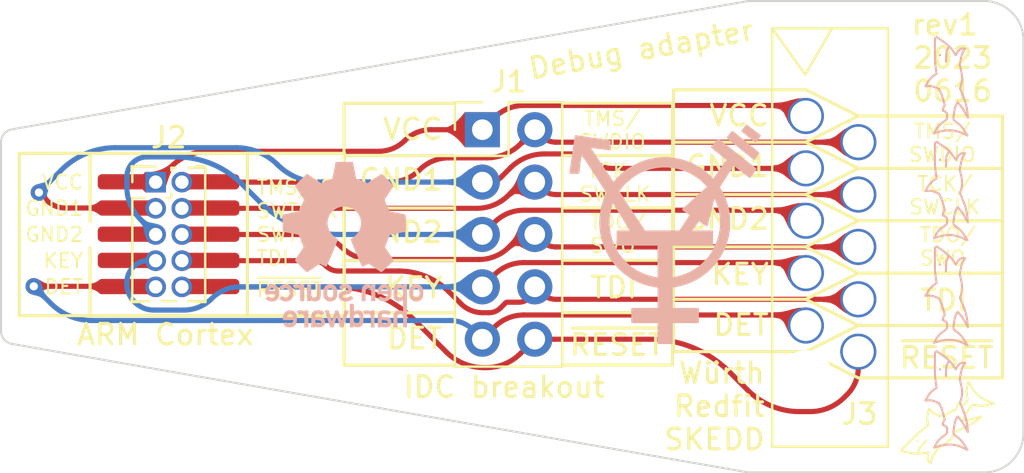
<source format=kicad_pcb>
(kicad_pcb (version 20221018) (generator pcbnew)

  (general
    (thickness 1.6)
  )

  (paper "A4")
  (layers
    (0 "F.Cu" signal)
    (31 "B.Cu" signal)
    (32 "B.Adhes" user "B.Adhesive")
    (33 "F.Adhes" user "F.Adhesive")
    (34 "B.Paste" user)
    (35 "F.Paste" user)
    (36 "B.SilkS" user "B.Silkscreen")
    (37 "F.SilkS" user "F.Silkscreen")
    (38 "B.Mask" user)
    (39 "F.Mask" user)
    (40 "Dwgs.User" user "User.Drawings")
    (41 "Cmts.User" user "User.Comments")
    (42 "Eco1.User" user "User.Eco1")
    (43 "Eco2.User" user "User.Eco2")
    (44 "Edge.Cuts" user)
    (45 "Margin" user)
    (46 "B.CrtYd" user "B.Courtyard")
    (47 "F.CrtYd" user "F.Courtyard")
    (48 "B.Fab" user)
    (49 "F.Fab" user)
    (50 "User.1" user)
    (51 "User.2" user)
    (52 "User.3" user)
    (53 "User.4" user)
    (54 "User.5" user)
    (55 "User.6" user)
    (56 "User.7" user)
    (57 "User.8" user)
    (58 "User.9" user)
  )

  (setup
    (stackup
      (layer "F.SilkS" (type "Top Silk Screen"))
      (layer "F.Paste" (type "Top Solder Paste"))
      (layer "F.Mask" (type "Top Solder Mask") (thickness 0.01))
      (layer "F.Cu" (type "copper") (thickness 0.035))
      (layer "dielectric 1" (type "core") (thickness 1.51) (material "FR4") (epsilon_r 4.5) (loss_tangent 0.02))
      (layer "B.Cu" (type "copper") (thickness 0.035))
      (layer "B.Mask" (type "Bottom Solder Mask") (thickness 0.01))
      (layer "B.Paste" (type "Bottom Solder Paste"))
      (layer "B.SilkS" (type "Bottom Silk Screen"))
      (copper_finish "None")
      (dielectric_constraints no)
    )
    (pad_to_mask_clearance 0)
    (pcbplotparams
      (layerselection 0x00010fc_ffffffff)
      (plot_on_all_layers_selection 0x0000000_00000000)
      (disableapertmacros false)
      (usegerberextensions false)
      (usegerberattributes true)
      (usegerberadvancedattributes true)
      (creategerberjobfile true)
      (dashed_line_dash_ratio 12.000000)
      (dashed_line_gap_ratio 3.000000)
      (svgprecision 4)
      (plotframeref false)
      (viasonmask false)
      (mode 1)
      (useauxorigin false)
      (hpglpennumber 1)
      (hpglpenspeed 20)
      (hpglpendiameter 15.000000)
      (dxfpolygonmode true)
      (dxfimperialunits true)
      (dxfusepcbnewfont true)
      (psnegative false)
      (psa4output false)
      (plotreference true)
      (plotvalue true)
      (plotinvisibletext false)
      (sketchpadsonfab false)
      (subtractmaskfromsilk false)
      (outputformat 1)
      (mirror false)
      (drillshape 1)
      (scaleselection 1)
      (outputdirectory "")
    )
  )

  (net 0 "")
  (net 1 "VCC")
  (net 2 "TMS{slash}SWDIO")
  (net 3 "GND1")
  (net 4 "TCK{slash}SWCLK")
  (net 5 "GND2")
  (net 6 "TDO{slash}SWO")
  (net 7 "KEY")
  (net 8 "TDI")
  (net 9 "DET")
  (net 10 "~{RESET}")

  (footprint "lethalbit-connectors:FTSH-105-01-L-DV-K-TR" (layer "F.Cu") (at 109.08 105.922 -90))

  (footprint "Connector_PinHeader_2.54mm:PinHeader_2x05_P2.54mm_Vertical" (layer "F.Cu") (at 124.2815 100.855))

  (footprint "Connector_PinHeader_1.27mm:PinHeader_2x05_P1.27mm_Vertical" (layer "F.Cu") (at 108.455 103.397))

  (footprint "graphics:shork" (layer "F.Cu") (at 146.812 115.189 45))

  (footprint "chip-bo:Wurth_WR-RST_REDFIT_IDC_SKEDD-10_02x05_490107671012_DEBUG" (layer "F.Cu") (at 141.224 105.84 -90))

  (footprint "graphics:trans" (layer "B.Cu") (at 132.969 105.918 180))

  (footprint "Symbol:OSHW-Logo_7.5x8mm_SilkScreen" (layer "B.Cu") (at 117.602 106.426 180))

  (footprint "graphics:shork" (layer "B.Cu") (at 146.939 103.886 -90))

  (footprint "graphics:shork" (layer "B.Cu") (at 146.939 114.046 -90))

  (footprint "graphics:shork" (layer "B.Cu") (at 146.939 98.806 -90))

  (footprint "graphics:shork" (layer "B.Cu") (at 146.939 108.966 -90))

  (gr_line (start 117.599 109.874) (end 117.599 102)
    (stroke (width 0.15) (type default)) (layer "F.SilkS") (tstamp 0a9cf09a-e211-488b-8b50-90451cd8ab0e))
  (gr_line (start 133.5435 98.92) (end 133.5435 111.62)
    (stroke (width 0.15) (type default)) (layer "F.SilkS") (tstamp 0fa37670-b6fa-4e0f-babe-845bde809109))
  (gr_line (start 139.954 104) (end 142.494 102.73)
    (stroke (width 0.15) (type default)) (layer "F.SilkS") (tstamp 12ea5265-d9e9-4825-aad4-ba77729480c8))
  (gr_line (start 133.4955 99.568) (end 128.1615 99.568)
    (stroke (width 0.15) (type default)) (layer "F.SilkS") (tstamp 1b1e3d45-7c31-4fc9-ba96-49bf166d42d0))
  (gr_line (start 133.4955 104.648) (end 128.1615 104.648)
    (stroke (width 0.15) (type default)) (layer "F.SilkS") (tstamp 1d6f20de-ed76-40be-8f76-f32d326dd242))
  (gr_line (start 139.954 101.46) (end 142.494 102.73)
    (stroke (width 0.15) (type default)) (layer "F.SilkS") (tstamp 224fee9f-ec96-49cb-8e3c-14149286d85b))
  (gr_line (start 112.9 102) (end 117.599 102)
    (stroke (width 0.15) (type default)) (layer "F.SilkS") (tstamp 24267688-719e-4bc1-9652-0cb0facd4dc6))
  (gr_line (start 133.4955 109.728) (end 128.1615 109.728)
    (stroke (width 0.15) (type default)) (layer "F.SilkS") (tstamp 2f1779db-7efb-47f1-b10a-609405774db2))
  (gr_line (start 128.1615 112.268) (end 133.4955 112.268)
    (stroke (width 0.15) (type default)) (layer "F.SilkS") (tstamp 3154f841-cbd2-468e-b57e-bf2d2cb2d792))
  (gr_line (start 139.954 111.62) (end 142.494 112.89)
    (stroke (width 0.15) (type default)) (layer "F.SilkS") (tstamp 32df22d5-fb46-4db9-ab8c-6c28e8a35377))
  (gr_line (start 133.5435 111.62) (end 139.954 111.62)
    (stroke (width 0.15) (type default)) (layer "F.SilkS") (tstamp 3658d867-b878-4a88-ae19-da804914c914))
  (gr_line (start 117.5815 112.275) (end 122.9155 112.275)
    (stroke (width 0.15) (type default)) (layer "F.SilkS") (tstamp 378f795c-bb20-4a22-93e6-8de919d862e4))
  (gr_line (start 122.9155 109.735) (end 117.5815 109.735)
    (stroke (width 0.15) (type default)) (layer "F.SilkS") (tstamp 3c3506be-3f36-4561-8ccb-22c481a94781))
  (gr_line (start 139.954 109.08) (end 142.494 110.35)
    (stroke (width 0.15) (type default)) (layer "F.SilkS") (tstamp 3f4dfabc-86e1-4907-bcc7-86a9cf92bffe))
  (gr_line (start 149.479 107.81) (end 142.494 107.81)
    (stroke (width 0.15) (type default)) (layer "F.SilkS") (tstamp 42c867c8-454c-41fb-a40a-1eeb7179673d))
  (gr_line (start 139.954 109.08) (end 133.5435 109.08)
    (stroke (width 0.15) (type default)) (layer "F.SilkS") (tstamp 487437fc-f246-4e56-97b1-d77ae8932f8d))
  (gr_line (start 139.954 101.46) (end 133.5435 101.46)
    (stroke (width 0.15) (type default)) (layer "F.SilkS") (tstamp 487a5b7e-6ab9-45af-ba4e-b5c3423872b2))
  (gr_line (start 101.851 102) (end 105.28 102)
    (stroke (width 0.15) (type default)) (layer "F.SilkS") (tstamp 4a125559-e4d7-4c1d-bf62-415f8df8e8f1))
  (gr_line (start 122.9155 107.195) (end 117.5815 107.195)
    (stroke (width 0.15) (type default)) (layer "F.SilkS") (tstamp 4f29b7e5-b76a-4793-b236-2f7a764c9697))
  (gr_line (start 122.9155 99.575) (end 117.5815 99.575)
    (stroke (width 0.15) (type default)) (layer "F.SilkS") (tstamp 6e024a5f-b165-4f9d-99bc-1ddc98407d31))
  (gr_line (start 101.851 109.874) (end 101.851 102)
    (stroke (width 0.15) (type default)) (layer "F.SilkS") (tstamp 6fcbe7a3-c2bc-4020-aec9-5b38eb2c852f))
  (gr_line (start 139.954 98.92) (end 133.5435 98.92)
    (stroke (width 0.15) (type default)) (layer "F.SilkS") (tstamp 7938ec68-8281-4cbd-b631-3e5aecf4dc94))
  (gr_line (start 117.5815 99.575) (end 117.5815 112.275)
    (stroke (width 0.15) (type default)) (layer "F.SilkS") (tstamp 7b4ffb99-1ffb-42bf-876c-521dbfec1d5d))
  (gr_line (start 142.494 100.19) (end 149.479 100.19)
    (stroke (width 0.15) (type default)) (layer "F.SilkS") (tstamp 7b8de92b-d35e-4c51-a92e-2f528d6a78bf))
  (gr_line (start 139.954 109.08) (end 142.494 107.81)
    (stroke (width 0.15) (type default)) (layer "F.SilkS") (tstamp 8f1eb763-9570-4c06-8169-c300a8a0237d))
  (gr_line (start 122.9155 104.655) (end 117.5815 104.655)
    (stroke (width 0.15) (type default)) (layer "F.SilkS") (tstamp 8ff144cb-43a8-4ad9-be63-1b7c2b572b24))
  (gr_line (start 133.4955 99.568) (end 133.4955 112.268)
    (stroke (width 0.15) (type default)) (layer "F.SilkS") (tstamp 9baac78a-7c1e-4536-aeca-5e3322f34599))
  (gr_line (start 139.954 106.54) (end 133.5435 106.54)
    (stroke (width 0.15) (type default)) (layer "F.SilkS") (tstamp a5445805-841b-4d22-ae70-f01ee01e2a9f))
  (gr_line (start 139.954 104) (end 133.5435 104)
    (stroke (width 0.15) (type default)) (layer "F.SilkS") (tstamp a689a9ef-d7fe-4642-b386-756455bfacab))
  (gr_line (start 139.954 101.46) (end 142.494 100.19)
    (stroke (width 0.15) (type default)) (layer "F.SilkS") (tstamp a82a0172-a2a3-4dea-80b4-a639bf982572))
  (gr_line (start 105.28 102) (end 112.9 102)
    (stroke (width 0.15) (type default)) (layer "F.SilkS") (tstamp abec24d7-2da2-461d-a50c-08fe46538f74))
  (gr_line (start 112.9 102) (end 112.9 109.874)
    (stroke (width 0.15) (type default)) (layer "F.SilkS") (tstamp b5e7bb2c-5f83-4751-a0d5-43716ab916e0))
  (gr_line (start 149.479 112.89) (end 142.494 112.89)
    (stroke (width 0.15) (type default)) (layer "F.SilkS") (tstamp b7438976-c86d-4806-a076-992a37df765b))
  (gr_line (start 149.479 102.73) (end 142.494 102.73)
    (stroke (width 0.15) (type default)) (layer "F.SilkS") (tstamp ca9b1e39-9731-46aa-8637-6d71afc091af))
  (gr_line (start 149.479 105.27) (end 142.494 105.27)
    (stroke (width 0.15) (type default)) (layer "F.SilkS") (tstamp d4928478-1817-4c43-b669-51ee8a496253))
  (gr_line (start 139.954 106.54) (end 142.494 107.81)
    (stroke (width 0.15) (type default)) (layer "F.SilkS") (tstamp da897ddf-19db-422e-85de-3e3463fbc48e))
  (gr_line (start 112.9 109.874) (end 105.28 109.874)
    (stroke (width 0.15) (type default)) (layer "F.SilkS") (tstamp e0d9ff44-914e-4b0b-b510-f39b36613a2a))
  (gr_line (start 117.599 109.874) (end 112.9 109.874)
    (stroke (width 0.15) (type default)) (layer "F.SilkS") (tstamp e38b8de1-422b-45a2-a3e2-0dc0b87a1eb8))
  (gr_line (start 105.28 102) (end 105.28 105.302)
    (stroke (width 0.15) (type default)) (layer "F.SilkS") (tstamp e5322e97-03d2-407e-a83f-3fa0b9b64dfb))
  (gr_line (start 133.4955 107.188) (end 128.1615 107.188)
    (stroke (width 0.15) (type default)) (layer "F.SilkS") (tstamp e65d3535-8a3f-48f7-b19a-fb5ec295f611))
  (gr_line (start 149.479 110.35) (end 142.494 110.35)
    (stroke (width 0.15) (type default)) (layer "F.SilkS") (tstamp e71d9e7e-81e4-4b92-9639-b9e91a43d4a0))
  (gr_line (start 133.4955 102.108) (end 128.1615 102.108)
    (stroke (width 0.15) (type default)) (layer "F.SilkS") (tstamp e7ff6768-559d-434e-8001-a767dbab3e9d))
  (gr_line (start 105.28 109.874) (end 101.851 109.874)
    (stroke (width 0.15) (type default)) (layer "F.SilkS") (tstamp f707dd78-2693-408f-a9ab-12444ae8ced8))
  (gr_line (start 139.954 111.62) (end 142.494 110.35)
    (stroke (width 0.15) (type default)) (layer "F.SilkS") (tstamp f7801322-d2e4-41a7-be12-2af28ae069dc))
  (gr_line (start 139.954 98.92) (end 142.494 100.19)
    (stroke (width 0.15) (type default)) (layer "F.SilkS") (tstamp f7df0469-5e1c-448d-a8d8-86c306a38ac5))
  (gr_line (start 139.954 106.54) (end 142.494 105.27)
    (stroke (width 0.15) (type default)) (layer "F.SilkS") (tstamp fbe79cc7-3634-4a66-b61c-05218e038c39))
  (gr_line (start 139.954 104) (end 142.494 105.27)
    (stroke (width 0.15) (type default)) (layer "F.SilkS") (tstamp fcff187a-24a8-45de-97cc-008734fa1510))
  (gr_line (start 149.479 100.19) (end 149.479 112.89)
    (stroke (width 0.15) (type default)) (layer "F.SilkS") (tstamp fd0e82d5-e933-4c98-bc0f-54276f50b567))
  (gr_line (start 122.9155 102.115) (end 117.5815 102.115)
    (stroke (width 0.15) (type default)) (layer "F.SilkS") (tstamp fee92a98-c5aa-4fe8-adf5-9446f82303b6))
  (gr_line (start 105.28 109.874) (end 105.28 106.572)
    (stroke (width 0.15) (type default)) (layer "F.SilkS") (tstamp ff93749a-ef29-4794-b1b6-54346198cef6))
  (gr_arc (start 150.495 115.57) (mid 149.937038 116.917038) (end 148.59 117.475)
    (stroke (width 0.1) (type default)) (layer "Edge.Cuts") (tstamp 0399f4eb-7fc9-4bc3-8bb4-97920340026f))
  (gr_arc (start 100.965 101.46436) (mid 101.115482 101.053912) (end 101.495607 100.838)
    (stroke (width 0.1) (type default)) (layer "Edge.Cuts") (tstamp 35febc2a-b7d3-429b-b579-258ed4acb233))
  (gr_line (start 148.59 94.615) (end 137.16 94.615)
    (stroke (width 0.1) (type default)) (layer "Edge.Cuts") (tstamp 5db9ee95-927f-4aa6-9a18-d89407eecb77))
  (gr_line (start 137.16 117.475) (end 148.59 117.475)
    (stroke (width 0.1) (type default)) (layer "Edge.Cuts") (tstamp 5f078d63-a555-4b24-a86b-87ec052d3938))
  (gr_line (start 101.495608 111.243359) (end 137.16 117.475)
    (stroke (width 0.1) (type default)) (layer "Edge.Cuts") (tstamp 6079c294-4186-4709-b9bc-1ad101531e60))
  (gr_arc (start 148.59 94.615) (mid 149.937038 95.172962) (end 150.495 96.52)
    (stroke (width 0.1) (type default)) (layer "Edge.Cuts") (tstamp 6b308371-6ab7-48ec-8adc-98ab10bad357))
  (gr_arc (start 101.495608 111.243359) (mid 101.115483 111.027447) (end 100.965001 110.616999)
    (stroke (width 0.1) (type default)) (layer "Edge.Cuts") (tstamp 86e23e4c-1c52-4908-8680-4a5fef2dbd0f))
  (gr_line (start 150.495 115.57) (end 150.495 96.52)
    (stroke (width 0.1) (type default)) (layer "Edge.Cuts") (tstamp 9c458f35-119d-4218-8767-f786c2ec8ff5))
  (gr_line (start 137.16 94.615) (end 101.495607 100.838)
    (stroke (width 0.1) (type default)) (layer "Edge.Cuts") (tstamp e883d188-221a-4a14-bfee-2e125de534ac))
  (gr_line (start 100.965 101.46436) (end 100.965001 110.616999)
    (stroke (width 0.1) (type default)) (layer "Edge.Cuts") (tstamp f52fe3ce-83f5-4911-bbed-5b5660b8630b))
  (gr_text "SWTCLK" (at 113.281 104.797232) (layer "F.SilkS") (tstamp 084e3575-1b56-4ef5-b914-704dd856fa1f)
    (effects (font (size 0.7 0.7) (thickness 0.1)) (justify left))
  )
  (gr_text "KEY" (at 103.976666 107.207) (layer "F.SilkS") (tstamp 0cf915d5-5044-47f4-b528-0f03b2b21317)
    (effects (font (size 0.7 0.7) (thickness 0.1)))
  )
  (gr_text "GND1" (at 103.543333 104.667) (layer "F.SilkS") (tstamp 0db311bd-be3b-4c14-9c16-1727587e239b)
    (effects (font (size 0.7 0.7) (thickness 0.1)))
  )
  (gr_text "TMS/IO" (at 113.281 103.657464) (layer "F.SilkS") (tstamp 1914d525-15f4-4c61-9b33-a9a7ed99955d)
    (effects (font (size 0.7 0.7) (thickness 0.1)) (justify left))
  )
  (gr_text "DET" (at 135.384833 110.91) (layer "F.SilkS") (tstamp 1c2a9f71-2be9-45db-9a6e-0af8a97aa7e9)
    (effects (font (size 1 1) (thickness 0.15)) (justify left bottom))
  )
  (gr_text "TDI" (at 113.281 107.076768) (layer "F.SilkS") (tstamp 1f636002-6794-4267-834a-d13fefd02851)
    (effects (font (size 0.7 0.7) (thickness 0.1)) (justify left))
  )
  (gr_text "TDI" (at 145.415 109.715) (layer "F.SilkS") (tstamp 2755a3f4-02ad-43c2-b612-8e3eab7527f2)
    (effects (font (size 1 1) (thickness 0.15)) (justify left bottom))
  )
  (gr_text "GND1" (at 118.237143 103.865) (layer "F.SilkS") (tstamp 31fdbc6f-66e8-49e7-863d-4ab2ede2a21c)
    (effects (font (size 1 1) (thickness 0.15)) (justify left bottom))
  )
  (gr_text "KEY" (at 119.475238 109.115) (layer "F.SilkS") (tstamp 34581180-30c7-4419-ae51-a11f5d3e78ac)
    (effects (font (size 1 1) (thickness 0.15)) (justify left bottom))
  )
  (gr_text "TMS/\nSWDIO" (at 130.5745 101.854) (layer "F.SilkS") (tstamp 346a3a49-3f08-4029-86c0-a680bd5bba1c)
    (effects (font (size 0.7 0.7) (thickness 0.1)) (justify bottom))
  )
  (gr_text "VCC" (at 135.194357 100.76) (layer "F.SilkS") (tstamp 52007b62-3b64-488e-b955-32e647e2e9eb)
    (effects (font (size 1 1) (thickness 0.15)) (justify left bottom))
  )
  (gr_text "TDI" (at 129.4315 109.093) (layer "F.SilkS") (tstamp 5dc34180-eb37-4284-804a-0a77c195e0aa)
    (effects (font (size 1 1) (thickness 0.15)) (justify left bottom))
  )
  (gr_text "GND2" (at 118.237143 106.415) (layer "F.SilkS") (tstamp 644497b8-f497-45aa-a7b3-154dda15b60c)
    (effects (font (size 1 1) (thickness 0.15)) (justify left bottom))
  )
  (gr_text "TMS/\nSWDIO" (at 146.558 102.476) (layer "F.SilkS") (tstamp 67b562af-a22f-459c-a931-4732b1f3421f)
    (effects (font (size 0.7 0.7) (thickness 0.1)) (justify bottom))
  )
  (gr_text "VCC" (at 103.943333 103.397) (layer "F.SilkS") (tstamp 6b37aea8-8ed6-4144-bf40-d06ec01d4d09)
    (effects (font (size 0.7 0.7) (thickness 0.1)))
  )
  (gr_text "TCK/\nSWCLK" (at 146.685 105.016) (layer "F.SilkS") (tstamp 7b89b9fc-1492-4d8f-bde5-e35885062f79)
    (effects (font (size 0.7 0.7) (thickness 0.1)) (justify bottom))
  )
  (gr_text "rev1 \n2023\n0616" (at 147.066 99.568) (layer "F.SilkS") (tstamp 819d5ef4-6854-492e-8eec-017ab061a159)
    (effects (font (size 1 1) (thickness 0.15)) (justify bottom))
  )
  (gr_text "ARM Cortex" (at 113.284 111.379) (layer "F.SilkS") (tstamp 83675d62-3651-4eea-8157-df2ec41931f8)
    (effects (font (size 1 1) (thickness 0.15)) (justify right bottom))
  )
  (gr_text "DET" (at 119.570476 111.565) (layer "F.SilkS") (tstamp 894f0c80-9c73-4b59-8072-6aed15655eab)
    (effects (font (size 1 1) (thickness 0.15)) (justify left bottom))
  )
  (gr_text "TDO/\nSWO" (at 129.4315 106.875) (layer "F.SilkS") (tstamp 8ee08575-3953-4963-93ae-1e97ad43d8e5)
    (effects (font (size 0.7 0.7) (thickness 0.1)) (justify left bottom))
  )
  (gr_text "DET" (at 104.01 108.477) (layer "F.SilkS") (tstamp 936bddf8-8dd6-4626-b96c-2c44f23278a3)
    (effects (font (size 0.7 0.7) (thickness 0.1)))
  )
  (gr_text "~{RESET}" (at 113.281 108.610464) (layer "F.SilkS") (tstamp 9b8745fc-2658-46dc-b292-2ac044f6e305)
    (effects (font (size 0.7 0.7) (thickness 0.1)) (justify left))
  )
  (gr_text "TDO/\nSWO" (at 145.415 107.497) (layer "F.SilkS") (tstamp ad2f6b20-a6e0-470a-a2db-650d512bdb00)
    (effects (font (size 0.7 0.7) (thickness 0.1)) (justify left bottom))
  )
  (gr_text "Würth\nRedfit\nSKEDD" (at 138.049 116.459) (layer "F.SilkS") (tstamp b554ccc9-ab2e-4e0b-b9a2-2c3252247d9b)
    (effects (font (size 1 1) (thickness 0.15)) (justify right bottom))
  )
  (gr_text "TCK/\nSWCLK" (at 130.7015 104.394) (layer "F.SilkS") (tstamp b5d63729-0248-4c57-b9d5-4a28ed8e8126)
    (effects (font (size 0.7 0.7) (thickness 0.1)) (justify bottom))
  )
  (gr_text "VCC" (at 119.38 101.415) (layer "F.SilkS") (tstamp c2b25baf-eb99-4f73-86a8-a1c71f4c76a2)
    (effects (font (size 1 1) (thickness 0.15)) (justify left bottom))
  )
  (gr_text "IDC breakout" (at 130.302 113.919) (layer "F.SilkS") (tstamp c53e8dad-eb50-4bdd-9f54-1105834d250b)
    (effects (font (size 1 1) (thickness 0.15)) (justify right bottom))
  )
  (gr_text "GND2" (at 103.543333 105.937) (layer "F.SilkS") (tstamp cbdb5943-fccc-4c24-8b06-7b9667da22de)
    (effects (font (size 0.7 0.7) (thickness 0.1)))
  )
  (gr_text "Debug adapter" (at 132.08 97.536 10) (layer "F.SilkS") (tstamp cd19ba6f-e403-44eb-9a4a-e32b48b187d9)
    (effects (font (size 1 1) (thickness 0.15)) (justify bottom))
  )
  (gr_text "~{RESET}" (at 144.417 112.501) (layer "F.SilkS") (tstamp ceb803a8-91a4-4a64-8ced-abb84b067288)
    (effects (font (size 1 1) (thickness 0.15)) (justify left bottom))
  )
  (gr_text "SWTDO" (at 113.281 105.937) (layer "F.SilkS") (tstamp d44b1efa-97fa-4370-a9bd-378305b82dbc)
    (effects (font (size 0.7 0.7) (thickness 0.1)) (justify left))
  )
  (gr_text "KEY" (at 135.289595 108.46) (layer "F.SilkS") (tstamp db947dec-f992-4b5d-9b75-8d71c7bf4454)
    (effects (font (size 1 1) (thickness 0.15)) (justify left bottom))
  )
  (gr_text "~{RESET}" (at 128.4335 111.879) (layer "F.SilkS") (tstamp e43d808d-9cd0-4392-b28a-ab4642658dd5)
    (effects (font (size 1 1) (thickness 0.15)) (justify left bottom))
  )
  (gr_text "GND2" (at 134.0515 105.76) (layer "F.SilkS") (tstamp f176a33e-ef22-4668-aced-dfeb43990ce8)
    (effects (font (size 1 1) (thickness 0.15)) (justify left bottom))
  )
  (gr_text "GND1" (at 134.0515 103.21) (layer "F.SilkS") (tstamp fed516bb-a195-43e1-b407-ffa701e980df)
    (effects (font (size 1 1) (thickness 0.15)) (justify left bottom))
  )

  (segment (start 126.28735 99.68) (end 139.444 99.68) (width 0.25) (layer "F.Cu") (net 1) (tstamp 0de0d041-9e75-4410-bf59-bbd95e5a5e9a))
  (segment (start 124.869 100.2675) (end 124.2815 100.855) (width 0.25) (layer "F.Cu") (net 1) (tstamp 16ea004c-0670-4908-85ad-8c1efce0acc6))
  (segment (start 119.264366 101.901) (end 111.008831 101.901) (width 0.25) (layer "F.Cu") (net 1) (tstamp 26548797-7b4a-48c8-8fd4-85663548b4f4))
  (segment (start 121.789633 100.855) (end 124.2815 100.855) (width 0.25) (layer "F.Cu") (net 1) (tstamp a51c8cef-7ca0-46e6-a06f-e954dfbac779))
  (segment (start 108.455 103.397) (end 109.203 102.649) (width 0.25) (layer "F.Cu") (net 1) (tstamp ae3eb6d7-f845-47c8-94f6-fd912e4b54b2))
  (segment (start 108.455 103.397) (end 107.06 103.397) (width 0.25) (layer "F.Cu") (net 1) (tstamp e0c7c44c-7a1c-45f7-8aed-78605f7ca42f))
  (arc (start 120.527 101.378) (mid 119.947698 101.765076) (end 119.264366 101.901) (width 0.25) (layer "F.Cu") (net 1) (tstamp 8da8499e-d187-4243-b32e-78aecebef0f0))
  (arc (start 121.789633 100.855) (mid 121.106301 100.990923) (end 120.527 101.378) (width 0.25) (layer "F.Cu") (net 1) (tstamp 94489b92-5018-4c78-b4da-7c0101ab096a))
  (arc (start 111.008831 101.901) (mid 110.031522 102.095398) (end 109.203 102.649) (width 0.25) (layer "F.Cu") (net 1) (tstamp bc865dec-cee7-4157-8c4f-8ef2dcf04b2f))
  (arc (start 126.28735 99.68) (mid 125.519744 99.832686) (end 124.869 100.2675) (width 0.25) (layer "F.Cu") (net 1) (tstamp dca792ae-aff2-4db9-9c86-6f9920e62c3c))
  (segment (start 124.491299 102.22) (end 122.656264 102.22) (width 0.25) (layer "F.Cu") (net 2) (tstamp 504cd7ac-882c-453b-a021-719950a46a67))
  (segment (start 119.814735 103.397) (end 109.725 103.397) (width 0.25) (layer "F.Cu") (net 2) (tstamp 6bec7c43-0700-460f-971d-bc3768447384))
  (segment (start 127.854299 101.46) (end 142.494 101.46) (width 0.25) (layer "F.Cu") (net 2) (tstamp 77c74602-2504-447b-a135-521c4775c76e))
  (segment (start 126.139 101.5375) (end 126.519 101.1575) (width 0.25) (layer "F.Cu") (net 2) (tstamp a2a3f5ab-476f-46ed-8e6d-7a0358444001))
  (arc (start 126.139 101.5375) (mid 125.383028 102.042624) (end 124.491299 102.22) (width 0.25) (layer "F.Cu") (net 2) (tstamp 35508439-880c-406d-b7f0-217161cab057))
  (arc (start 127.124 101.1575) (mid 127.459064 101.381382) (end 127.854299 101.46) (width 0.25) (layer "F.Cu") (net 2) (tstamp 8b4796b2-151b-4c68-a707-e0f09385de2d))
  (arc (start 127.124 101.1575) (mid 126.8215 101.0322) (end 126.519 101.1575) (width 0.25) (layer "F.Cu") (net 2) (tstamp b35aab99-9616-49c6-af93-c38e1159c54c))
  (arc (start 122.656264 102.22) (mid 121.887352 102.372946) (end 121.2355 102.8085) (width 0.25) (layer "F.Cu") (net 2) (tstamp c7372348-196d-427f-ad1f-adea6779980a))
  (arc (start 121.2355 102.8085) (mid 120.583647 103.244053) (end 119.814735 103.397) (width 0.25) (layer "F.Cu") (net 2) (tstamp f2831f38-e83a-403c-b661-7bad858f9320))
  (segment (start 108.455 104.667) (end 107.06 104.667) (width 0.25) (layer "F.Cu") (net 3) (tstamp 185cb297-096a-466e-80e7-a8cce752aa2f))
  (segment (start 130.542974 102.73) (end 139.954 102.73) (width 0.25) (layer "F.Cu") (net 3) (tstamp 26107d6c-cf54-4c49-b5c0-a904805413f8))
  (segment (start 102.8 103.9) (end 103.176 104.276) (width 0.25) (layer "F.Cu") (net 3) (tstamp 8c22e58d-21f7-4ae7-b7a1-e19eed4c4a05))
  (segment (start 127.2812 102.03) (end 128.853025 102.03) (width 0.25) (layer "F.Cu") (net 3) (tstamp 8df5d940-fd7b-4d14-b1da-bee0a67e03d3))
  (segment (start 125.633499 102.712499) (end 125.187703 103.158296) (width 0.25) (layer "F.Cu") (net 3) (tstamp 9b994b35-693c-4843-98e5-7445b55d3bf9))
  (segment (start 104.083744 104.652) (end 107.045 104.652) (width 0.25) (layer "F.Cu") (net 3) (tstamp debcb03e-88fc-4519-834d-09f27085e7b1))
  (segment (start 124.61625 103.395) (end 124.2815 103.395) (width 0.25) (layer "F.Cu") (net 3) (tstamp ebe685f5-21b8-4776-84af-360f80f9075e))
  (via (at 102.8 103.9) (size 0.8) (drill 0.4) (layers "F.Cu" "B.Cu") (net 3) (tstamp 148929e6-63f7-458c-af11-9a885a6bd9c9))
  (arc (start 129.698 102.38) (mid 129.310322 102.120962) (end 128.853025 102.03) (width 0.25) (layer "F.Cu") (net 3) (tstamp 03fd5c7e-61b7-4dda-bd59-e09d53124060))
  (arc (start 129.698 102.38) (mid 130.085677 102.639037) (end 130.542974 102.73) (width 0.25) (layer "F.Cu") (net 3) (tstamp 479dfe2e-bef7-4b1e-aad8-3b06e793a5e5))
  (arc (start 125.187703 103.158296) (mid 124.925518 103.333482) (end 124.61625 103.395) (width 0.25) (layer "F.Cu") (net 3) (tstamp 5dbb97b3-3671-437d-a3a5-c15c6d3b89b5))
  (arc (start 127.2812 102.03) (mid 126.389471 102.207375) (end 125.633499 102.712499) (width 0.25) (layer "F.Cu") (net 3) (tstamp 9c8049c2-562a-4422-b157-04490f1ad1e0))
  (arc (start 103.176 104.276) (mid 103.592476 104.55428) (end 104.083744 104.652) (width 0.25) (layer "F.Cu") (net 3) (tstamp b90cdccb-ebb5-4b27-984e-b756991f0aa4))
  (segment (start 106.509543 101.727) (end 112.358545 101.727) (width 0.25) (layer "B.Cu") (net 3) (tstamp 2e5b8cc8-71e9-456b-ab7e-cecbd8a28cd7))
  (segment (start 116.385454 103.395) (end 124.2815 103.395) (width 0.25) (layer "B.Cu") (net 3) (tstamp 9795d68e-a4f8-47f0-9a73-21cca33c2b76))
  (segment (start 103.8865 102.8135) (end 102.8 103.9) (width 0.25) (layer "B.Cu") (net 3) (tstamp dce42cb3-4143-4a93-bdd7-d7f072ec8c3f))
  (arc (start 106.509543 101.727) (mid 105.089962 102.009372) (end 103.8865 102.8135) (width 0.25) (layer "B.Cu") (net 3) (tstamp 038e2666-b083-4f98-baa6-8c723e4f49ef))
  (arc (start 114.372 102.561) (mid 113.448219 101.943749) (end 112.358545 101.727) (width 0.25) (layer "B.Cu") (net 3) (tstamp c181ded7-9d2b-49e2-aa89-7d6def528844))
  (arc (start 114.372 102.561) (mid 115.29578 103.17825) (end 116.385454 103.395) (width 0.25) (layer "B.Cu") (net 3) (tstamp f096660b-0dbd-455a-a8af-160b4250ea39))
  (segment (start 125.549104 104.031) (end 126.185104 103.395) (width 0.25) (layer "F.Cu") (net 4) (tstamp 61e5470c-2f2d-4700-959f-67d6d108d07a))
  (segment (start 127.124 103.6975) (end 126.8215 103.395) (width 0.25) (layer "F.Cu") (net 4) (tstamp 7593e907-df94-467b-9635-ad65a4a96132))
  (segment (start 124.013664 104.667) (end 109.725 104.667) (width 0.25) (layer "F.Cu") (net 4) (tstamp 7d0384ba-d59e-46da-abbb-d6cc598e03dd))
  (segment (start 127.854299 104) (end 142.494 104) (width 0.25) (layer "F.Cu") (net 4) (tstamp fed41e1d-68a4-45ed-aa4b-2fc005eef731))
  (arc (start 127.124 103.6975) (mid 127.459064 103.921382) (end 127.854299 104) (width 0.25) (layer "F.Cu") (net 4) (tstamp 2749d907-edb6-4757-997f-bde843cb5a2d))
  (arc (start 125.549104 104.031) (mid 124.844638 104.501708) (end 124.013664 104.667) (width 0.25) (layer "F.Cu") (net 4) (tstamp 9f81409e-be0e-4cee-9bba-ea2d924aa342))
  (segment (start 124.869 105.3475) (end 124.2815 105.935) (width 0.25) (layer "F.Cu") (net 5) (tstamp 38515fde-55fa-4b8a-8d2e-c4d939cd0c60))
  (segment (start 126.28735 104.76) (end 139.444 104.76) (width 0.25) (layer "F.Cu") (net 5) (tstamp 67031aae-c990-40ae-b8d0-f9d49bbce35d))
  (segment (start 108.455 105.937) (end 107.06 105.937) (width 0.25) (layer "F.Cu") (net 5) (tstamp 6ccfc8a1-c632-4885-8a66-75af93fcd044))
  (arc (start 126.28735 104.76) (mid 125.519744 104.912686) (end 124.869 105.3475) (width 0.25) (layer "F.Cu") (net 5) (tstamp b4ee4048-8dca-4812-abc0-7d3efc723967))
  (segment (start 107.061 103.643) (end 107.061 103.143222) (width 0.25) (layer "B.Cu") (net 5) (tstamp 052a37ab-6cd0-475e-bff5-418a4c5f565d))
  (segment (start 117.332963 105.935) (end 124.2815 105.935) (width 0.25) (layer "B.Cu") (net 5) (tstamp 1983659b-ac81-4e22-bae7-9c6bddbe5699))
  (segment (start 107.697396 105.179396) (end 108.455 105.937) (width 0.25) (layer "B.Cu") (net 5) (tstamp 6ec30c92-9c1b-4b17-aa13-c9a14de32788))
  (segment (start 113.485207 104.341207) (end 112.627026 103.483026) (width 0.25) (layer "B.Cu") (net 5) (tstamp 881c05ec-5e7e-4939-9c19-3521cf893d8c))
  (segment (start 108.027222 102.177) (end 109.474 102.177) (width 0.25) (layer "B.Cu") (net 5) (tstamp 90bff7bf-7555-497c-a25d-9c473843c66f))
  (arc (start 107.061 103.643) (mid 107.226393 104.474491) (end 107.697396 105.179396) (width 0.25) (layer "B.Cu") (net 5) (tstamp 31c17386-4940-4207-85f5-9611d0cd6bf6))
  (arc (start 112.627026 103.483026) (mid 111.180405 102.516425) (end 109.474 102.177) (width 0.25) (layer "B.Cu") (net 5) (tstamp 3fe4d360-b96a-4e5f-8b70-9519329b7da1))
  (arc (start 107.344 102.46) (mid 107.134549 102.773465) (end 107.061 103.143222) (width 0.25) (layer "B.Cu") (net 5) (tstamp 7348c649-c446-472b-9742-45917580f444))
  (arc (start 108.027222 102.177) (mid 107.657465 102.250549) (end 107.344 102.46) (width 0.25) (layer "B.Cu") (net 5) (tstamp 9ef08dfd-0752-42dc-8cb8-3022e83c76e5))
  (arc (start 113.485207 104.341207) (mid 115.250572 105.520786) (end 117.332963 105.935) (width 0.25) (layer "B.Cu") (net 5) (tstamp d900c843-92df-4f42-a5cd-9af42ee022d9))
  (segment (start 127.854299 106.54) (end 142.494 106.54) (width 0.25) (layer "F.Cu") (net 6) (tstamp 4552f00f-e6f0-4675-9403-eb1aec028bad))
  (segment (start 127.124 106.2375) (end 126.8215 105.935) (width 0.25) (layer "F.Cu") (net 6) (tstamp 4f0e14de-b2aa-4000-b2a4-2343183853d2))
  (segment (start 115.991779 105.937) (end 109.725 105.937) (width 0.25) (layer "F.Cu") (net 6) (tstamp 50cf5725-0c51-4bd6-86c5-747487ac6d75))
  (segment (start 125.577604 106.5425) (end 126.185104 105.935) (width 0.25) (layer "F.Cu") (net 6) (tstamp 81a7c47f-dcb0-45e3-b1e0-084991e49bc1))
  (segment (start 118.92022 107.15) (end 124.110969 107.15) (width 0.25) (layer "F.Cu") (net 6) (tstamp c6fe59c8-4e84-4bae-a089-a3c092b6bf22))
  (arc (start 125.577604 106.5425) (mid 124.904706 106.992115) (end 124.110969 107.15) (width 0.25) (layer "F.Cu") (net 6) (tstamp 1af79720-b0b4-48f1-a266-08adb3d8ad59))
  (arc (start 117.456 106.5435) (mid 116.784209 106.094624) (end 115.991779 105.937) (width 0.25) (layer "F.Cu") (net 6) (tstamp 7d4bd1e4-f142-40b3-ae1b-e6bb8c8b5362))
  (arc (start 117.456 106.5435) (mid 118.127789 106.992375) (end 118.92022 107.15) (width 0.25) (layer "F.Cu") (net 6) (tstamp 8b91a206-b27b-47fa-803e-3f40a72ab37d))
  (arc (start 127.124 106.2375) (mid 127.459064 106.461382) (end 127.854299 106.54) (width 0.25) (layer "F.Cu") (net 6) (tstamp 95b604e9-a7ea-45f5-84af-e728056ddc42))
  (segment (start 108.455 107.207) (end 107.06 107.207) (width 0.25) (layer "F.Cu") (net 7) (tstamp 3a6a9857-0231-4bcf-8601-d83c30a924e0))
  (segment (start 126.28735 107.3) (end 139.444 107.3) (width 0.25) (layer "F.Cu") (net 7) (tstamp 4ac4c04d-329e-4e5a-b824-b6bbf5e3d514))
  (segment (start 124.869 107.8875) (end 124.2815 108.475) (width 0.25) (layer "F.Cu") (net 7) (tstamp 78bdce7a-2df7-46ee-b32a-537a674d0597))
  (arc (start 126.28735 107.3) (mid 125.519744 107.452686) (end 124.869 107.8875) (width 0.25) (layer "F.Cu") (net 7) (tstamp da8a042d-b38e-4916-9f49-cdeee8bdb1f0))
  (segment (start 109.820797 109.601) (end 108.361815 109.601) (width 0.25) (layer "B.Cu") (net 7) (tstamp 24a112a1-2f16-446e-a6e4-361d72ff14b3))
  (segment (start 107.368999 107.514999) (end 107.401935 107.482064) (width 0.25) (layer "B.Cu") (net 7) (tstamp 658ea22a-11eb-462f-8333-1d7fdb52eab7))
  (segment (start 108.066 107.207) (end 108.455 107.207) (width 0.25) (layer "B.Cu") (net 7) (tstamp 6dd6bf66-8256-486c-9f34-78b9dd43190a))
  (segment (start 107.442 109.22) (end 107.42021 109.19821) (width 0.25) (layer "B.Cu") (net 7) (tstamp e6234738-3c85-4c8a-a595-493fa1279144))
  (segment (start 107.061 108.258577) (end 107.061 108.331) (width 0.25) (layer "B.Cu") (net 7) (tstamp efcb7d04-b8fd-40d2-988b-ecefb9407cb9))
  (segment (start 112.539202 108.475) (end 124.2815 108.475) (width 0.25) (layer "B.Cu") (net 7) (tstamp fcdaf21f-78c5-4565-80fa-79dccdf68ccd))
  (arc (start 107.061 108.331) (mid 107.154355 108.80033) (end 107.42021 109.19821) (width 0.25) (layer "B.Cu") (net 7) (tstamp 2696fe92-a103-4b72-9653-8344be05d0ae))
  (arc (start 107.368999 107.514999) (mid 107.141046 107.856155) (end 107.061 108.258577) (width 0.25) (layer "B.Cu") (net 7) (tstamp 29734544-43ca-4106-9a39-83c329b30144))
  (arc (start 111.18 109.038) (mid 110.556392 109.454681) (end 109.820797 109.601) (width 0.25) (layer "B.Cu") (net 7) (tstamp 30cc437b-6fe5-4a0b-958e-ebfe3e6a2f86))
  (arc (start 108.066 107.207) (mid 107.70661 107.278486) (end 107.401935 107.482064) (width 0.25) (layer "B.Cu") (net 7) (tstamp 5ba7e3bb-9378-4934-900e-b03b74597682))
  (arc (start 107.442 109.22) (mid 107.864014 109.501981) (end 108.361815 109.601) (width 0.25) (layer "B.Cu") (net 7) (tstamp 65e45573-6ebb-4178-b8d5-b8a7fc3c3e1f))
  (arc (start 112.539202 108.475) (mid 111.803607 108.621318) (end 111.18 109.038) (width 0.25) (layer "B.Cu") (net 7) (tstamp ee0098d4-b8a5-47ac-9b80-77b2c5a73bea))
  (segment (start 127.854299 109.08) (end 142.494 109.08) (width 0.25) (layer "F.Cu") (net 8) (tstamp 03b1f8e8-b096-4453-9621-11e78441acd5))
  (segment (start 124.305052 109.730052) (end 124.6016 109.730052) (width 0.25) (layer "F.Cu") (net 8) (tstamp 15a73567-dc1e-4d0a-a983-45f5c0041b74))
  (segment (start 125.371776 109.288328) (end 125.162302 109.497802) (width 0.25) (layer "F.Cu") (net 8) (tstamp 442cdc9f-a138-46b9-bbfc-6da819b34c52))
  (segment (start 125.417328 109.242776) (end 125.371776 109.288328) (width 0.25) (layer "F.Cu") (net 8) (tstamp 446e4480-e275-46aa-9c71-f821b2e0b1ab))
  (segment (start 116.096448 107.207) (end 109.725 107.207) (width 0.25) (layer "F.Cu") (net 8) (tstamp 57e4d575-caa9-479c-a8f5-926ec4e73c9e))
  (segment (start 125.472314 109.22) (end 126.042205 109.22) (width 0.25) (layer "F.Cu") (net 8) (tstamp 7570fcd6-006f-4d06-b409-25833160dc9a))
  (segment (start 126.9235 108.577) (end 127.124 108.7775) (width 0.25) (layer "F.Cu") (net 8) (tstamp 777aeee8-61e1-4c72-afdf-ad7f4c7a3e4f))
  (segment (start 120.226484 107.706999) (end 117.303552 107.706999) (width 0.25) (layer "F.Cu") (net 8) (tstamp b8f1ca67-0636-4ec0-913b-b9105a1a278b))
  (segment (start 123.23811 109.28811) (end 122.668525 108.718525) (width 0.25) (layer "F.Cu") (net 8) (tstamp e9090590-1203-4af1-8b2a-8e6abf8f5f37))
  (segment (start 126.593249 108.991749) (end 126.719499 108.8655) (width 0.25) (layer "F.Cu") (net 8) (tstamp f1008bf0-1e9b-48fa-89a9-4a8263e16db8))
  (arc (start 123.23811 109.28811) (mid 123.727627 109.615195) (end 124.305052 109.730052) (width 0.25) (layer "F.Cu") (net 8) (tstamp 3d5744aa-5ec6-4b4a-a481-c1b4427e01d0))
  (arc (start 116.7 107.456999) (mid 116.976912 107.642026) (end 117.303552 107.706999) (width 0.25) (layer "F.Cu") (net 8) (tstamp 4ca19087-198f-4727-88d9-e9a24addefe1))
  (arc (start 126.9235 108.577) (mid 126.858384 108.564047) (end 126.8215 108.61925) (width 0.25) (layer "F.Cu") (net 8) (tstamp 5f0e6d72-1c39-4b18-b560-1cb54f6eaf8a))
  (arc (start 126.593249 108.991749) (mid 126.340428 109.160679) (end 126.042205 109.22) (width 0.25) (layer "F.Cu") (net 8) (tstamp 68585036-5440-43c3-ad4e-28a409a05da0))
  (arc (start 116.7 107.456999) (mid 116.423088 107.271972) (end 116.096448 107.207) (width 0.25) (layer "F.Cu") (net 8) (tstamp 845ec473-f68f-414a-8efb-98d0e7b6b6dc))
  (arc (start 122.668525 108.718525) (mid 121.548107 107.969886) (end 120.226484 107.706999) (width 0.25) (layer "F.Cu") (net 8) (tstamp 9bf098c9-c597-4e31-880f-636a7ce84b75))
  (arc (start 125.162302 109.497802) (mid 124.905049 109.669692) (end 124.6016 109.730052) (width 0.25) (layer "F.Cu") (net 8) (tstamp ace7d192-c84e-4170-b2af-b3bc1ed9cba5))
  (arc (start 126.8215 108.61925) (mid 126.79499 108.752519) (end 126.719499 108.8655) (width 0.25) (layer "F.Cu") (net 8) (tstamp fa454075-b7f4-4960-a059-4145e77bb8dd))
  (arc (start 127.124 108.7775) (mid 127.459064 109.001382) (end 127.854299 109.08) (width 0.25) (layer "F.Cu") (net 8) (tstamp fb078e3d-252a-45c0-b1ab-62aad99fb21d))
  (segment (start 126.28735 109.84) (end 139.444 109.84) (width 0.25) (layer "F.Cu") (net 9) (tstamp 2db9a08d-6563-4943-bcbf-c02e3f38d950))
  (segment (start 108.455 108.477) (end 107.06 108.477) (width 0.25) (layer "F.Cu") (net 9) (tstamp a4f43b82-f665-4239-8962-50bf38a1a1cd))
  (segment (start 124.869 110.4275) (end 124.2815 111.015) (width 0.25) (layer "F.Cu") (net 9) (tstamp c810d9d9-c1b3-45d4-99a3-eec20ed346c0))
  (segment (start 102.55 108.45) (end 107.033 108.45) (width 0.25) (layer "F.Cu") (net 9) (tstamp cf0463a0-c6bb-4694-9dba-0d9587b4709a))
  (via (at 102.55 108.45) (size 0.8) (drill 0.4) (layers "F.Cu" "B.Cu") (net 9) (tstamp c142dece-f047-420f-b0a2-413f8468f588))
  (arc (start 126.28735 109.84) (mid 125.519744 109.992686) (end 124.869 110.4275) (width 0.25) (layer "F.Cu") (net 9) (tstamp fa2ae847-1e94-4d14-b1fa-b212ff5f21cc))
  (segment (start 122.734861 110.109) (end 105.38209 110.109) (width 0.25) (layer "B.Cu") (net 9) (tstamp 3af8f6b1-d741-4717-bfaa-983b6cb5f9d1))
  (segment (start 123.8285 110.562) (end 124.2815 111.015) (width 0.25) (layer "B.Cu") (net 9) (tstamp 52711ed2-311e-472e-896d-84760a8994ce))
  (segment (start 102.55 108.45) (end 103.3795 109.2795) (width 0.25) (layer "B.Cu") (net 9) (tstamp a105b626-6d83-4f86-b4a7-259a6e1dee08))
  (arc (start 103.3795 109.2795) (mid 104.298296 109.893419) (end 105.38209 110.109) (width 0.25) (layer "B.Cu") (net 9) (tstamp 86af582c-77e6-43f1-9363-2aa3b98feaa2))
  (arc (start 123.8285 110.562) (mid 123.326734 110.22673) (end 122.734861 110.109) (width 0.25) (layer "B.Cu") (net 9) (tstamp a007a4e5-4b8d-4f87-bdf6-0ff4dae191ce))
  (segment (start 137.133017 113.482017) (end 136.259792 112.608792) (width 0.25) (layer "F.Cu") (net 10) (tstamp 03c287eb-000d-4df3-a4b2-3a2f39e6d410))
  (segment (start 132.412036 111.015) (end 127.796069 111.015) (width 0.25) (layer "F.Cu") (net 10) (tstamp 0dfe0631-2d6c-427f-8a9f-c5871fb66cf2))
  (segment (start 124.36825 112.39325) (end 124.46868 112.39325) (width 0.25) (layer "F.Cu") (net 10) (tstamp 32d4090a-40c4-4116-8b55-b5efaa499c59))
  (segment (start 141.809999 113.840999) (end 141.950588 113.700411) (width 0.25) (layer "F.Cu") (net 10) (tstamp a7e1e253-a801-49c0-8ac7-22e2a5336701))
  (segment (start 139.651 114.525) (end 140.158677 114.525) (width 0.25) (layer "F.Cu") (net 10) (tstamp ae42cbde-e7d8-49c3-bd97-c1e56d5fc242))
  (segment (start 120.970792 110.070792) (end 122.53311 111.63311) (width 0.25) (layer "F.Cu") (net 10) (tstamp bb32ccec-d980-4a04-99b5-197de082ad90))
  (segment (start 117.123036 108.477) (end 109.725 108.477) (width 0.25) (layer "F.Cu") (net 10) (tstamp c7e214f4-2afd-46a0-a13c-4067b9aa9d57))
  (segment (start 142.494 112.3885) (end 142.494 111.62) (width 0.25) (layer "F.Cu") (net 10) (tstamp cfbdd419-f3c1-4d1e-a2b8-a8ceb4026065))
  (arc (start 136.259792 112.608792) (mid 134.494426 111.429213) (end 132.412036 111.015) (width 0.25) (layer "F.Cu") (net 10) (tstamp 3ad3e2d7-06e9-4804-89fe-6c287d7f6c80))
  (arc (start 122.53311 111.63311) (mid 123.375079 112.195696) (end 124.36825 112.39325) (width 0.25) (layer "F.Cu") (net 10) (tstamp 3ae999d6-c5f8-4aac-8fcc-719b137bbcb4))
  (arc (start 141.809999 113.840999) (mid 141.052366 114.347233) (end 140.158677 114.525) (width 0.25) (layer "F.Cu") (net 10) (tstamp 934154da-d8a5-4456-81b1-abe39a50a5d1))
  (arc (start 127.796069 111.015) (mid 126.895684 111.194097) (end 126.132375 111.704125) (width 0.25) (layer "F.Cu") (net 10) (tstamp a3c3e82c-11e2-4e89-aee8-2cf7fbc582e0))
  (arc (start 126.132375 111.704125) (mid 125.369065 112.214152) (end 124.46868 112.39325) (width 0.25) (layer "F.Cu") (net 10) (tstamp a87a4e10-6684-4c14-807c-7fe8f1c556ce))
  (arc (start 120.970792 110.070792) (mid 119.205426 108.891213) (end 117.123036 108.477) (width 0.25) (layer "F.Cu") (net 10) (tstamp c7f910ba-ccb9-4e0a-ad73-a0193f5d9a5c))
  (arc (start 142.494 112.3885) (mid 142.352771 113.098501) (end 141.950588 113.700411) (width 0.25) (layer "F.Cu") (net 10) (tstamp d7621d66-4316-4d2c-b157-d2a0b3f688ad))
  (arc (start 137.133017 113.482017) (mid 138.288277 114.253937) (end 139.651 114.525) (width 0.25) (layer "F.Cu") (net 10) (tstamp f25f2d3c-3772-4d82-b94e-41bfcd9eb2e1))

  (zone (net 9) (net_name "DET") (layer "F.Cu") (tstamp 00bc5ce2-7a2a-41ed-b23b-b3ce575502bd) (name "$teardrop_padvia$") (hatch edge 0.5)
    (priority 30030)
    (attr (teardrop (type padvia)))
    (connect_pads yes (clearance 0))
    (min_thickness 0.0254) (filled_areas_thickness no)
    (fill (thermal_gap 0.5) (thermal_bridge_width 0.5) (island_removal_mode 1) (island_area_min 10))
    (polygon
      (pts
        (xy 108.455 108.352)
        (xy 108.448955 108.333083)
        (xy 108.44291 108.30997)
        (xy 108.436865 108.282663)
        (xy 108.43082 108.25116)
        (xy 108.424776 108.215463)
        (xy 107.044 108.462)
        (xy 108.424776 108.708537)
        (xy 108.43082 108.680585)
        (xy 108.436865 108.655956)
        (xy 108.44291 108.634648)
        (xy 108.448955 108.616663)
        (xy 108.455 108.602)
      )
    )
    (filled_polygon
      (layer "F.Cu")
      (pts
        (xy 108.419222 108.218065)
        (xy 108.424202 108.22157)
        (xy 108.426747 108.227103)
        (xy 108.430824 108.251181)
        (xy 108.436865 108.282664)
        (xy 108.442909 108.309969)
        (xy 108.448952 108.333074)
        (xy 108.454445 108.350263)
        (xy 108.455 108.353824)
        (xy 108.455 108.599683)
        (xy 108.454117 108.604143)
        (xy 108.44895 108.616675)
        (xy 108.442915 108.63463)
        (xy 108.436864 108.655959)
        (xy 108.430814 108.68061)
        (xy 108.427159 108.697509)
        (xy 108.422239 108.704754)
        (xy 108.413667 108.706553)
        (xy 107.108508 108.473518)
        (xy 107.101594 108.469511)
        (xy 107.098865 108.462)
        (xy 107.101594 108.454489)
        (xy 107.108508 108.450482)
        (xy 108.413154 108.217538)
      )
    )
  )
  (zone (net 8) (net_name "TDI") (layer "F.Cu") (tstamp 06fbb633-50a4-48f5-9396-08181425a125) (name "$teardrop_padvia$") (hatch edge 0.5)
    (priority 30026)
    (attr (teardrop (type padvia)))
    (connect_pads yes (clearance 0))
    (min_thickness 0.0254) (filled_areas_thickness no)
    (fill (thermal_gap 0.5) (thermal_bridge_width 0.5) (island_removal_mode 1) (island_area_min 10))
    (polygon
      (pts
        (xy 110.725 107.082)
        (xy 110.511548 107.06305)
        (xy 110.367674 107.011672)
        (xy 110.24966 106.936076)
        (xy 110.113789 106.844469)
        (xy 109.916342 106.74506)
        (xy 109.724 107.207)
        (xy 109.916342 107.66894)
        (xy 110.113789 107.56953)
        (xy 110.24966 107.477923)
        (xy 110.367674 107.402326)
        (xy 110.511548 107.350949)
        (xy 110.725 107.332)
      )
    )
    (filled_polygon
      (layer "F.Cu")
      (pts
        (xy 109.927571 106.750713)
        (xy 110.113121 106.844132)
        (xy 110.114401 106.844881)
     
... [74139 chars truncated]
</source>
